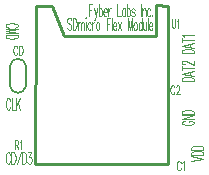
<source format=gto>
G04 DipTrace 2.4.0.2*
%INSDmicro.gto*%
%MOMM*%
%ADD10C,0.25*%
%ADD17C,0.15*%
%ADD49C,0.118*%
%ADD50C,0.111*%
%FSLAX53Y53*%
G04*
G71*
G90*
G75*
G01*
%LNTopSilk*%
%LPD*%
X12572Y19632D2*
D17*
G02X13922Y19632I675J-80D01*
G01*
Y17929D2*
G02X12572Y17929I-675J80D01*
G01*
X13922Y17891D2*
Y19670D1*
X12572Y17891D2*
Y19670D1*
X14735Y11318D2*
D10*
X25925Y11288D1*
Y24727D1*
X24950Y24757D1*
X24935Y22132D1*
X17150D1*
X16115Y24652D1*
X14765D1*
X14721Y11332D1*
X15096Y11318D1*
X27035Y11379D2*
D49*
X27013Y11452D1*
X26969Y11525D1*
X26926Y11561D1*
X26838D1*
X26794Y11525D1*
X26751Y11452D1*
X26728Y11379D1*
X26707Y11270D1*
Y11087D1*
X26728Y10978D1*
X26751Y10905D1*
X26794Y10833D1*
X26838Y10796D1*
X26926D1*
X26969Y10833D1*
X27013Y10905D1*
X27035Y10978D1*
X27176Y11415D2*
X27220Y11452D1*
X27286Y11560D1*
Y10796D1*
X26493Y17805D2*
X26471Y17878D1*
X26427Y17951D1*
X26384Y17987D1*
X26296D1*
X26253Y17951D1*
X26209Y17878D1*
X26187Y17805D1*
X26165Y17696D1*
Y17513D1*
X26187Y17404D1*
X26209Y17331D1*
X26253Y17259D1*
X26296Y17222D1*
X26384D1*
X26427Y17259D1*
X26471Y17331D1*
X26493Y17404D1*
X26656Y17805D2*
Y17841D1*
X26678Y17914D1*
X26700Y17950D1*
X26744Y17987D1*
X26831D1*
X26875Y17950D1*
X26897Y17914D1*
X26919Y17841D1*
Y17768D1*
X26897Y17695D1*
X26853Y17586D1*
X26634Y17222D1*
X26941D1*
X13196Y21136D2*
X13174Y21208D1*
X13130Y21281D1*
X13087Y21317D1*
X13000D1*
X12956Y21281D1*
X12912Y21208D1*
X12890Y21136D1*
X12868Y21026D1*
Y20843D1*
X12890Y20735D1*
X12912Y20661D1*
X12956Y20589D1*
X13000Y20552D1*
X13087D1*
X13130Y20589D1*
X13174Y20661D1*
X13196Y20735D1*
X13337Y21317D2*
Y20552D1*
X13490D1*
X13556Y20589D1*
X13600Y20661D1*
X13622Y20735D1*
X13644Y20843D1*
Y21026D1*
X13622Y21136D1*
X13600Y21208D1*
X13556Y21281D1*
X13490Y21317D1*
X13337D1*
X12981Y12955D2*
X13177D1*
X13243Y12993D1*
X13265Y13029D1*
X13287Y13101D1*
Y13174D1*
X13265Y13247D1*
X13243Y13284D1*
X13177Y13320D1*
X12981D1*
Y12555D1*
X13134Y12955D2*
X13287Y12555D1*
X13428Y13174D2*
X13472Y13211D1*
X13538Y13319D1*
Y12555D1*
X26272Y23604D2*
Y23058D1*
X26294Y22948D1*
X26338Y22876D1*
X26404Y22839D1*
X26447D1*
X26513Y22876D1*
X26557Y22948D1*
X26579Y23058D1*
Y23604D1*
X26720Y23458D2*
X26764Y23495D1*
X26830Y23604D1*
Y22839D1*
X12592Y12093D2*
D50*
X12567Y12189D1*
X12519Y12287D1*
X12470Y12335D1*
X12373D1*
X12324Y12287D1*
X12276Y12189D1*
X12251Y12093D1*
X12227Y11947D1*
Y11703D1*
X12251Y11558D1*
X12276Y11460D1*
X12324Y11364D1*
X12373Y11314D1*
X12470D1*
X12519Y11364D1*
X12567Y11460D1*
X12592Y11558D1*
X12703Y12335D2*
Y11314D1*
X12873D1*
X12946Y11364D1*
X12995Y11460D1*
X13019Y11558D1*
X13043Y11703D1*
Y11947D1*
X13019Y12093D1*
X12995Y12189D1*
X12946Y12287D1*
X12873Y12335D1*
X12703D1*
X13154Y11314D2*
X13494Y12334D1*
X13605Y12335D2*
Y11314D1*
X13776D1*
X13849Y11364D1*
X13897Y11460D1*
X13922Y11558D1*
X13946Y11703D1*
Y11947D1*
X13922Y12093D1*
X13897Y12189D1*
X13849Y12287D1*
X13776Y12335D1*
X13605D1*
X14106Y12334D2*
X14372D1*
X14227Y11946D1*
X14300D1*
X14348Y11897D1*
X14372Y11849D1*
X14397Y11703D1*
Y11606D1*
X14372Y11460D1*
X14324Y11363D1*
X14251Y11314D1*
X14178D1*
X14106Y11363D1*
X14082Y11412D1*
X14057Y11509D1*
X27122Y20699D2*
X28143D1*
Y20869D1*
X28093Y20942D1*
X27997Y20991D1*
X27899Y21015D1*
X27754Y21039D1*
X27510D1*
X27364Y21015D1*
X27268Y20991D1*
X27170Y20942D1*
X27122Y20869D1*
Y20699D1*
X28143Y21539D2*
X27122Y21344D1*
X28143Y21150D1*
X27802Y21223D2*
Y21466D1*
X27122Y21820D2*
X28143D1*
X27122Y21650D2*
Y21991D1*
X27317Y22102D2*
X27268Y22151D1*
X27123Y22224D1*
X28143D1*
X27107Y18330D2*
X28128D1*
Y18500D1*
X28078Y18573D1*
X27982Y18622D1*
X27884Y18646D1*
X27739Y18670D1*
X27496D1*
X27350Y18646D1*
X27253Y18622D1*
X27155Y18573D1*
X27107Y18500D1*
Y18330D1*
X28128Y19170D2*
X27107Y18975D1*
X28128Y18781D1*
X27788Y18854D2*
Y19097D1*
X27107Y19451D2*
X28128D1*
X27107Y19281D2*
Y19621D1*
X27351Y19757D2*
X27302D1*
X27205Y19781D1*
X27156Y19806D1*
X27108Y19854D1*
Y19952D1*
X27156Y20000D1*
X27205Y20024D1*
X27302Y20049D1*
X27399D1*
X27497Y20024D1*
X27642Y19976D1*
X28128Y19733D1*
Y20073D1*
X27367Y14985D2*
X27270Y14961D1*
X27172Y14912D1*
X27124Y14864D1*
Y14766D1*
X27172Y14718D1*
X27270Y14669D1*
X27367Y14645D1*
X27513Y14620D1*
X27756D1*
X27901Y14645D1*
X27999Y14669D1*
X28096Y14718D1*
X28145Y14766D1*
Y14864D1*
X28096Y14912D1*
X27999Y14961D1*
X27901Y14985D1*
X27756D1*
Y14864D1*
X27124Y15436D2*
X28145D1*
X27124Y15096D1*
X28145D1*
X27124Y15547D2*
X28145D1*
Y15718D1*
X28096Y15791D1*
X27999Y15839D1*
X27901Y15864D1*
X27756Y15888D1*
X27513D1*
X27367Y15864D1*
X27270Y15839D1*
X27172Y15791D1*
X27124Y15718D1*
Y15547D1*
X27930Y11569D2*
X28951Y11764D1*
X27930Y11958D1*
Y12069D2*
X28951D1*
Y12239D1*
X28902Y12312D1*
X28805Y12361D1*
X28707Y12385D1*
X28562Y12409D1*
X28319D1*
X28173Y12385D1*
X28076Y12361D1*
X27978Y12312D1*
X27930Y12239D1*
Y12069D1*
Y12520D2*
X28951D1*
Y12691D1*
X28902Y12764D1*
X28805Y12812D1*
X28707Y12837D1*
X28562Y12861D1*
X28319D1*
X28173Y12837D1*
X28076Y12812D1*
X27978Y12764D1*
X27930Y12691D1*
Y12520D1*
X12606Y16671D2*
X12582Y16767D1*
X12533Y16865D1*
X12485Y16913D1*
X12388D1*
X12339Y16865D1*
X12290Y16767D1*
X12266Y16671D1*
X12242Y16525D1*
Y16281D1*
X12266Y16136D1*
X12290Y16038D1*
X12339Y15942D1*
X12388Y15892D1*
X12485D1*
X12533Y15942D1*
X12582Y16038D1*
X12606Y16136D1*
X12717Y16913D2*
Y15892D1*
X13009D1*
X13120Y16913D2*
Y15892D1*
X13460Y16913D2*
X13120Y16233D1*
X13241Y16476D2*
X13460Y15892D1*
X12985Y22867D2*
X13082Y22891D1*
X13179Y22940D1*
X13228Y22988D1*
Y23086D1*
X13179Y23134D1*
X13082Y23183D1*
X12985Y23207D1*
X12839Y23232D1*
X12595D1*
X12450Y23207D1*
X12353Y23183D1*
X12256Y23134D1*
X12207Y23086D1*
Y22988D1*
X12256Y22940D1*
X12353Y22891D1*
X12450Y22867D1*
X12207Y22367D2*
X13228D1*
X12207Y22562D1*
X13228Y22756D1*
X12207D1*
X13228Y22256D2*
X12207D1*
Y22086D1*
X12256Y22013D1*
X12353Y21964D1*
X12450Y21940D1*
X12595Y21916D1*
X12839D1*
X12985Y21940D1*
X13082Y21964D1*
X13179Y22013D1*
X13228Y22086D1*
Y22256D1*
X17757Y23535D2*
X17708Y23633D1*
X17635Y23681D1*
X17538D1*
X17465Y23633D1*
X17416Y23535D1*
Y23438D1*
X17441Y23341D1*
X17465Y23292D1*
X17513Y23244D1*
X17659Y23146D1*
X17708Y23098D1*
X17732Y23049D1*
X17757Y22952D1*
Y22806D1*
X17708Y22710D1*
X17635Y22660D1*
X17538D1*
X17465Y22710D1*
X17416Y22806D1*
X17868Y23681D2*
Y22660D1*
X18038D1*
X18111Y22710D1*
X18160Y22806D1*
X18184Y22904D1*
X18208Y23049D1*
Y23292D1*
X18184Y23438D1*
X18160Y23535D1*
X18111Y23633D1*
X18038Y23681D1*
X17868D1*
X18319Y23341D2*
Y22660D1*
Y23146D2*
X18392Y23292D1*
X18441Y23341D1*
X18513D1*
X18562Y23292D1*
X18586Y23146D1*
Y22660D1*
Y23146D2*
X18659Y23292D1*
X18708Y23341D1*
X18781D1*
X18829Y23292D1*
X18854Y23146D1*
Y22660D1*
X18965Y23681D2*
X18989Y23633D1*
X19014Y23681D1*
X18989Y23730D1*
X18965Y23681D1*
X18989Y23341D2*
Y22660D1*
X19417Y23195D2*
X19368Y23292D1*
X19320Y23341D1*
X19247D1*
X19198Y23292D1*
X19150Y23195D1*
X19125Y23049D1*
Y22952D1*
X19150Y22806D1*
X19198Y22710D1*
X19247Y22660D1*
X19320D1*
X19368Y22710D1*
X19417Y22806D1*
X19528Y23341D2*
Y22660D1*
Y23049D2*
X19553Y23195D1*
X19601Y23292D1*
X19650Y23341D1*
X19723D1*
X19956D2*
X19907Y23292D1*
X19858Y23195D1*
X19834Y23049D1*
Y22952D1*
X19858Y22806D1*
X19907Y22710D1*
X19956Y22660D1*
X20029D1*
X20077Y22710D1*
X20126Y22806D1*
X20150Y22952D1*
Y23049D1*
X20126Y23195D1*
X20077Y23292D1*
X20029Y23341D1*
X19956D1*
X21079Y23667D2*
X20763D1*
Y22646D1*
Y23181D2*
X20957D1*
X21190Y23667D2*
Y22646D1*
X21301Y23035D2*
X21593D1*
Y23132D1*
X21568Y23230D1*
X21544Y23278D1*
X21495Y23327D1*
X21422D1*
X21374Y23278D1*
X21325Y23181D1*
X21301Y23035D1*
Y22938D1*
X21325Y22792D1*
X21374Y22695D1*
X21422Y22646D1*
X21495D1*
X21544Y22695D1*
X21593Y22792D1*
X21704Y23327D2*
X21971Y22646D1*
Y23327D2*
X21704Y22646D1*
X22919D2*
Y23667D1*
X22724Y22646D1*
X22530Y23667D1*
Y22646D1*
X23151Y23327D2*
X23103Y23278D1*
X23054Y23181D1*
X23030Y23035D1*
Y22938D1*
X23054Y22792D1*
X23103Y22695D1*
X23151Y22646D1*
X23224D1*
X23273Y22695D1*
X23321Y22792D1*
X23346Y22938D1*
Y23035D1*
X23321Y23181D1*
X23273Y23278D1*
X23224Y23327D1*
X23151D1*
X23749Y23667D2*
Y22646D1*
Y23181D2*
X23700Y23278D1*
X23651Y23327D1*
X23578D1*
X23530Y23278D1*
X23481Y23181D1*
X23457Y23035D1*
Y22938D1*
X23481Y22792D1*
X23530Y22695D1*
X23578Y22646D1*
X23651D1*
X23700Y22695D1*
X23749Y22792D1*
X23860Y23327D2*
Y22840D1*
X23884Y22695D1*
X23933Y22646D1*
X24006D1*
X24054Y22695D1*
X24127Y22840D1*
Y23327D2*
Y22646D1*
X24238Y23667D2*
Y22646D1*
X24349Y23035D2*
X24641D1*
Y23132D1*
X24616Y23230D1*
X24592Y23278D1*
X24543Y23327D1*
X24470D1*
X24422Y23278D1*
X24373Y23181D1*
X24349Y23035D1*
Y22938D1*
X24373Y22792D1*
X24422Y22695D1*
X24470Y22646D1*
X24543D1*
X24592Y22695D1*
X24641Y22792D1*
X19550Y24836D2*
X19234D1*
Y23815D1*
Y24350D2*
X19429D1*
X19686Y24496D2*
X19832Y23815D1*
X19783Y23621D1*
X19734Y23523D1*
X19686Y23475D1*
X19661D1*
X19978Y24496D2*
X19832Y23815D1*
X20089Y24836D2*
Y23815D1*
Y24350D2*
X20138Y24447D1*
X20186Y24496D1*
X20259D1*
X20307Y24447D1*
X20356Y24350D1*
X20380Y24204D1*
Y24107D1*
X20356Y23961D1*
X20307Y23864D1*
X20259Y23815D1*
X20186D1*
X20138Y23864D1*
X20089Y23961D1*
X20491Y24204D2*
X20783D1*
Y24301D1*
X20759Y24399D1*
X20734Y24447D1*
X20686Y24496D1*
X20613D1*
X20564Y24447D1*
X20515Y24350D1*
X20491Y24204D1*
Y24107D1*
X20515Y23961D1*
X20564Y23864D1*
X20613Y23815D1*
X20686D1*
X20734Y23864D1*
X20783Y23961D1*
X20894Y24496D2*
Y23815D1*
Y24204D2*
X20919Y24350D1*
X20967Y24447D1*
X21016Y24496D1*
X21089D1*
X21648Y24836D2*
Y23815D1*
X21939D1*
X22342Y24496D2*
Y23815D1*
Y24350D2*
X22294Y24447D1*
X22245Y24496D1*
X22172D1*
X22123Y24447D1*
X22075Y24350D1*
X22050Y24204D1*
Y24107D1*
X22075Y23961D1*
X22123Y23864D1*
X22172Y23815D1*
X22245D1*
X22294Y23864D1*
X22342Y23961D1*
X22453Y24836D2*
Y23815D1*
Y24350D2*
X22502Y24447D1*
X22550Y24496D1*
X22623D1*
X22671Y24447D1*
X22720Y24350D1*
X22744Y24204D1*
Y24107D1*
X22720Y23961D1*
X22671Y23864D1*
X22623Y23815D1*
X22550D1*
X22502Y23864D1*
X22453Y23961D1*
X23123Y24350D2*
X23099Y24447D1*
X23026Y24496D1*
X22953D1*
X22880Y24447D1*
X22855Y24350D1*
X22880Y24253D1*
X22928Y24204D1*
X23050Y24155D1*
X23099Y24107D1*
X23123Y24009D1*
Y23961D1*
X23099Y23864D1*
X23026Y23815D1*
X22953D1*
X22880Y23864D1*
X22855Y23961D1*
X23682Y24836D2*
Y23815D1*
X23793Y24496D2*
Y23815D1*
Y24301D2*
X23866Y24447D1*
X23915Y24496D1*
X23987D1*
X24036Y24447D1*
X24060Y24301D1*
Y23815D1*
X24463Y24350D2*
X24415Y24447D1*
X24366Y24496D1*
X24293D1*
X24244Y24447D1*
X24196Y24350D1*
X24171Y24204D1*
Y24107D1*
X24196Y23961D1*
X24244Y23864D1*
X24293Y23815D1*
X24366D1*
X24415Y23864D1*
X24463Y23961D1*
X24599Y23913D2*
X24575Y23863D1*
X24599Y23815D1*
X24623Y23863D1*
X24599Y23913D1*
M02*

</source>
